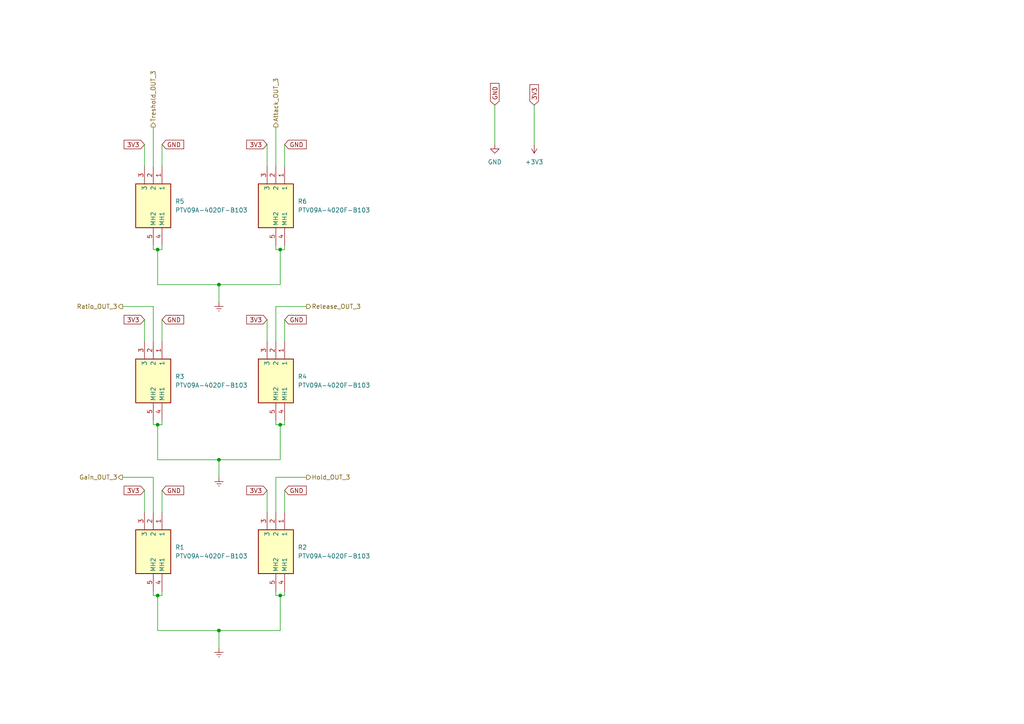
<source format=kicad_sch>
(kicad_sch (version 20230121) (generator eeschema)
  (paper "A4")
  (lib_symbols
    (symbol "PTV09A-4020F-B103:PTV09A-4020F-B103"
      (property "Reference" "R" (at 19.05 7.62 0))
      (property "Value" "PTV09A-4020F-B103" (at 19.05 5.08 0))
      (symbol "PTV09A-4020F-B103_1_1"
        (rectangle (start 5.08 2.54) (end 17.78 -7.62) (stroke (width 0.254)) (fill (type background)))
        (pin passive line (at 0 0 0) (length 5.08) (name "1") (number "1"))
        (pin passive line (at 0 -2.54 0) (length 5.08) (name "2") (number "2"))
        (pin passive line (at 0 -5.08 0) (length 5.08) (name "3") (number "3"))
        (pin passive line (at 22.86 0 180) (length 5.08) (name "MH1") (number "4"))
        (pin passive line (at 22.86 -2.54 180) (length 5.08) (name "MH2") (number "5"))
      )
    )
    (symbol "power:+3V3" (power) (pin_names (offset 0))
      (property "Value" "+3V3" (at 0 3.556 0))
      (symbol "+3V3_0_1"
        (polyline (pts (xy -0.762 1.27) (xy 0 2.54)))
        (polyline (pts (xy 0 0) (xy 0 2.54)))
        (polyline (pts (xy 0 2.54) (xy 0.762 1.27)))
      )
      (symbol "+3V3_1_1"
        (pin power_in line (at 0 0 90) (length 0) hide (name "+3V3") (number "1"))
      )
    )
    (symbol "power:Earth" (power) (pin_names (offset 0))
      (symbol "Earth_0_1"
        (polyline (pts (xy -0.635 -1.905) (xy 0.635 -1.905)))
        (polyline (pts (xy -0.127 -2.54) (xy 0.127 -2.54)))
        (polyline (pts (xy 0 -1.27) (xy 0 0)))
        (polyline (pts (xy 1.27 -1.27) (xy -1.27 -1.27)))
      )
      (symbol "Earth_1_1"
        (pin power_in line (at 0 0 270) (length 0) hide (name "Earth") (number "1"))
      )
    )
    (symbol "power:GND" (power) (pin_names (offset 0))
      (property "Value" "GND" (at 0 -3.81 0))
      (symbol "GND_0_1"
        (polyline (pts (xy 0 0) (xy 0 -1.27) (xy 1.27 -1.27) (xy 0 -2.54) (xy -1.27 -1.27) (xy 0 -1.27)))
      )
      (symbol "GND_1_1"
        (pin power_in line (at 0 0 270) (length 0) hide (name "GND") (number "1"))
      )
    )
  )
  (junction (at 63.5 82.55))
  (junction (at 45.72 123.19))
  (junction (at 81.28 172.72))
  (junction (at 81.28 123.19))
  (junction (at 45.72 172.72))
  (junction (at 45.72 72.39))
  (junction (at 63.5 182.88))
  (junction (at 81.28 72.39))
  (junction (at 63.5 133.35))
  (wire (pts (xy 41.91 142.24) (xy 41.91 148.59)))
  (wire (pts (xy 77.47 41.91) (xy 77.47 48.26)))
  (wire (pts (xy 81.28 172.72) (xy 82.55 172.72)))
  (wire (pts (xy 46.99 41.91) (xy 46.99 48.26)))
  (wire (pts (xy 41.91 92.71) (xy 41.91 99.06)))
  (wire (pts (xy 154.94 30.48) (xy 154.94 41.91)))
  (wire (pts (xy 77.47 142.24) (xy 77.47 148.59)))
  (wire (pts (xy 44.45 36.83) (xy 44.45 48.26)))
  (wire (pts (xy 44.45 138.43) (xy 35.56 138.43)))
  (wire (pts (xy 44.45 148.59) (xy 44.45 138.43)))
  (wire (pts (xy 82.55 92.71) (xy 82.55 99.06)))
  (wire (pts (xy 44.45 172.72) (xy 45.72 172.72)))
  (wire (pts (xy 44.45 171.45) (xy 44.45 172.72)))
  (wire (pts (xy 81.28 172.72) (xy 81.28 182.88)))
  (wire (pts (xy 80.01 71.12) (xy 80.01 72.39)))
  (wire (pts (xy 46.99 172.72) (xy 46.99 171.45)))
  (wire (pts (xy 63.5 133.35) (xy 81.28 133.35)))
  (wire (pts (xy 45.72 72.39) (xy 45.72 82.55)))
  (wire (pts (xy 44.45 121.92) (xy 44.45 123.19)))
  (wire (pts (xy 81.28 72.39) (xy 81.28 82.55)))
  (wire (pts (xy 63.5 82.55) (xy 45.72 82.55)))
  (wire (pts (xy 80.01 171.45) (xy 80.01 172.72)))
  (wire (pts (xy 143.51 30.48) (xy 143.51 41.91)))
  (wire (pts (xy 45.72 172.72) (xy 45.72 182.88)))
  (wire (pts (xy 81.28 72.39) (xy 82.55 72.39)))
  (wire (pts (xy 63.5 82.55) (xy 63.5 87.63)))
  (wire (pts (xy 63.5 182.88) (xy 45.72 182.88)))
  (wire (pts (xy 41.91 41.91) (xy 41.91 48.26)))
  (wire (pts (xy 80.01 72.39) (xy 81.28 72.39)))
  (wire (pts (xy 44.45 88.9) (xy 35.56 88.9)))
  (wire (pts (xy 80.01 121.92) (xy 80.01 123.19)))
  (wire (pts (xy 81.28 123.19) (xy 82.55 123.19)))
  (wire (pts (xy 45.72 123.19) (xy 45.72 133.35)))
  (wire (pts (xy 82.55 41.91) (xy 82.55 48.26)))
  (wire (pts (xy 63.5 182.88) (xy 63.5 187.96)))
  (wire (pts (xy 82.55 71.12) (xy 82.55 72.39)))
  (wire (pts (xy 80.01 172.72) (xy 81.28 172.72)))
  (wire (pts (xy 44.45 123.19) (xy 45.72 123.19)))
  (wire (pts (xy 82.55 171.45) (xy 82.55 172.72)))
  (wire (pts (xy 80.01 148.59) (xy 80.01 138.43)))
  (wire (pts (xy 82.55 121.92) (xy 82.55 123.19)))
  (wire (pts (xy 46.99 92.71) (xy 46.99 99.06)))
  (wire (pts (xy 77.47 92.71) (xy 77.47 99.06)))
  (wire (pts (xy 45.72 123.19) (xy 46.99 123.19)))
  (wire (pts (xy 80.01 138.43) (xy 88.9 138.43)))
  (wire (pts (xy 82.55 142.24) (xy 82.55 148.59)))
  (wire (pts (xy 46.99 123.19) (xy 46.99 121.92)))
  (wire (pts (xy 45.72 72.39) (xy 46.99 72.39)))
  (wire (pts (xy 46.99 142.24) (xy 46.99 148.59)))
  (wire (pts (xy 81.28 123.19) (xy 81.28 133.35)))
  (wire (pts (xy 80.01 99.06) (xy 80.01 88.9)))
  (wire (pts (xy 44.45 71.12) (xy 44.45 72.39)))
  (wire (pts (xy 80.01 123.19) (xy 81.28 123.19)))
  (wire (pts (xy 45.72 172.72) (xy 46.99 172.72)))
  (wire (pts (xy 63.5 133.35) (xy 45.72 133.35)))
  (wire (pts (xy 46.99 72.39) (xy 46.99 71.12)))
  (wire (pts (xy 44.45 72.39) (xy 45.72 72.39)))
  (wire (pts (xy 63.5 182.88) (xy 81.28 182.88)))
  (wire (pts (xy 44.45 99.06) (xy 44.45 88.9)))
  (wire (pts (xy 63.5 133.35) (xy 63.5 138.43)))
  (wire (pts (xy 80.01 88.9) (xy 88.9 88.9)))
  (wire (pts (xy 63.5 82.55) (xy 81.28 82.55)))
  (wire (pts (xy 80.01 36.83) (xy 80.01 48.26)))
  (global_label "GND" (shape input) (at 46.99 92.71 0) (property "Intersheetrefs" "${INTERSHEET_REFS}" (effects hide)))
  (global_label "GND" (shape input) (at 46.99 142.24 0) (property "Intersheetrefs" "${INTERSHEET_REFS}" (effects hide)))
  (global_label "3V3" (shape input) (at 77.47 92.71 180) (property "Intersheetrefs" "${INTERSHEET_REFS}" (effects hide)))
  (global_label "3V3" (shape input) (at 41.91 142.24 180) (property "Intersheetrefs" "${INTERSHEET_REFS}" (effects hide)))
  (global_label "GND" (shape input) (at 143.51 30.48 90) (property "Intersheetrefs" "${INTERSHEET_REFS}" (effects hide)))
  (global_label "3V3" (shape input) (at 77.47 41.91 180) (property "Intersheetrefs" "${INTERSHEET_REFS}" (effects hide)))
  (global_label "GND" (shape input) (at 82.55 41.91 0) (property "Intersheetrefs" "${INTERSHEET_REFS}" (effects hide)))
  (global_label "GND" (shape input) (at 82.55 142.24 0) (property "Intersheetrefs" "${INTERSHEET_REFS}" (effects hide)))
  (global_label "3V3" (shape input) (at 41.91 92.71 180) (property "Intersheetrefs" "${INTERSHEET_REFS}" (effects hide)))
  (global_label "GND" (shape input) (at 46.99 41.91 0) (property "Intersheetrefs" "${INTERSHEET_REFS}" (effects hide)))
  (global_label "GND" (shape input) (at 82.55 92.71 0) (property "Intersheetrefs" "${INTERSHEET_REFS}" (effects hide)))
  (global_label "3V3" (shape input) (at 77.47 142.24 180) (property "Intersheetrefs" "${INTERSHEET_REFS}" (effects hide)))
  (global_label "3V3" (shape input) (at 41.91 41.91 180) (property "Intersheetrefs" "${INTERSHEET_REFS}" (effects hide)))
  (global_label "3V3" (shape input) (at 154.94 30.48 90) (property "Intersheetrefs" "${INTERSHEET_REFS}" (effects hide)))
  (hierarchical_label "Gain_OUT_3" (shape output) (at 35.56 138.43 180))
  (hierarchical_label "Hold_OUT_3" (shape output) (at 88.9 138.43 0))
  (hierarchical_label "Attack_OUT_3" (shape output) (at 80.01 36.83 90))
  (hierarchical_label "Ratio_OUT_3" (shape output) (at 35.56 88.9 180))
  (hierarchical_label "Treshold_OUT_3" (shape output) (at 44.45 36.83 90))
  (hierarchical_label "Release_OUT_3" (shape output) (at 88.9 88.9 0))
  (symbol (lib_id "PTV09A-4020F-B103:PTV09A-4020F-B103") (at 46.99 99.06 270) (unit 1)
    (property "Reference" "R3" (at 50.8 109.22 90) (effects (justify left)))
    (property "Value" "PTV09A-4020F-B103" (at 50.8 111.76 90) (effects (justify left)))
    (property "Footprint" "PTV09A4020FB103" (effects hide))
    (property "Datasheet" "https://www.bourns.com/docs/Product-Datasheets/ptv09.pdf" (effects hide))
    (property "Height" "20" (effects hide))
    (property "Manufacturer_Name" "Bourns" (effects hide))
    (property "Manufacturer_Part_Number" "PTV09A-4020F-B103" (effects hide))
    (instances (project "Compresseur" (path "" (reference "R3") (unit 1)) (path "" (reference "R8") (unit 1)) (path "" (reference "R14") (unit 1))))
  )
  (symbol (lib_id "power:Earth") (at 63.5 187.96 0) (unit 1)
    (property "Reference" "#PWR04" (effects hide))
    (property "Value" "Earth" (effects hide))
    (instances (project "Compresseur" (path "" (reference "#PWR04") (unit 1)) (path "" (reference "#PWR08") (unit 1)) (path "" (reference "#PWR013") (unit 1))))
  )
  (symbol (lib_id "power:Earth") (at 63.5 87.63 0) (unit 1)
    (property "Reference" "#PWR03" (effects hide))
    (property "Value" "Earth" (effects hide))
    (instances (project "Compresseur" (path "" (reference "#PWR03") (unit 1)) (path "" (reference "#PWR06") (unit 1)) (path "" (reference "#PWR011") (unit 1))))
  )
  (symbol (lib_id "PTV09A-4020F-B103:PTV09A-4020F-B103") (at 46.99 48.26 270) (unit 1)
    (property "Reference" "R5" (at 50.8 58.42 90) (effects (justify left)))
    (property "Value" "PTV09A-4020F-B103" (at 50.8 60.96 90) (effects (justify left)))
    (property "Footprint" "PTV09A4020FB103" (effects hide))
    (property "Datasheet" "https://www.bourns.com/docs/Product-Datasheets/ptv09.pdf" (effects hide))
    (property "Height" "20" (effects hide))
    (property "Manufacturer_Name" "Bourns" (effects hide))
    (property "Manufacturer_Part_Number" "PTV09A-4020F-B103" (effects hide))
    (instances (project "Compresseur" (path "" (reference "R5") (unit 1)) (path "" (reference "R7") (unit 1)) (path "" (reference "R13") (unit 1))))
  )
  (symbol (lib_id "PTV09A-4020F-B103:PTV09A-4020F-B103") (at 82.55 48.26 270) (unit 1)
    (property "Reference" "R6" (at 86.36 58.42 90) (effects (justify left)))
    (property "Value" "PTV09A-4020F-B103" (at 86.36 60.96 90) (effects (justify left)))
    (property "Footprint" "PTV09A4020FB103" (effects hide))
    (property "Datasheet" "https://www.bourns.com/docs/Product-Datasheets/ptv09.pdf" (effects hide))
    (property "Height" "20" (effects hide))
    (property "Manufacturer_Name" "Bourns" (effects hide))
    (property "Manufacturer_Part_Number" "PTV09A-4020F-B103" (effects hide))
    (instances (project "Compresseur" (path "" (reference "R6") (unit 1)) (path "" (reference "R10") (unit 1)) (path "" (reference "R16") (unit 1))))
  )
  (symbol (lib_id "PTV09A-4020F-B103:PTV09A-4020F-B103") (at 82.55 148.59 270) (unit 1)
    (property "Reference" "R2" (at 86.36 158.75 90) (effects (justify left)))
    (property "Value" "PTV09A-4020F-B103" (at 86.36 161.29 90) (effects (justify left)))
    (property "Footprint" "PTV09A4020FB103" (effects hide))
    (property "Datasheet" "https://www.bourns.com/docs/Product-Datasheets/ptv09.pdf" (effects hide))
    (property "Height" "20" (effects hide))
    (property "Manufacturer_Name" "Bourns" (effects hide))
    (property "Manufacturer_Part_Number" "PTV09A-4020F-B103" (effects hide))
    (instances (project "Compresseur" (path "" (reference "R2") (unit 1)) (path "" (reference "R12") (unit 1)) (path "" (reference "R18") (unit 1))))
  )
  (symbol (lib_id "power:Earth") (at 63.5 138.43 0) (unit 1)
    (property "Reference" "#PWR02" (effects hide))
    (property "Value" "Earth" (effects hide))
    (instances (project "Compresseur" (path "" (reference "#PWR02") (unit 1)) (path "" (reference "#PWR07") (unit 1)) (path "" (reference "#PWR012") (unit 1))))
  )
  (symbol (lib_id "PTV09A-4020F-B103:PTV09A-4020F-B103") (at 46.99 148.59 270) (unit 1)
    (property "Reference" "R1" (at 50.8 158.75 90) (effects (justify left)))
    (property "Value" "PTV09A-4020F-B103" (at 50.8 161.29 90) (effects (justify left)))
    (property "Footprint" "PTV09A4020FB103" (effects hide))
    (property "Datasheet" "https://www.bourns.com/docs/Product-Datasheets/ptv09.pdf" (effects hide))
    (property "Height" "20" (effects hide))
    (property "Manufacturer_Name" "Bourns" (effects hide))
    (property "Manufacturer_Part_Number" "PTV09A-4020F-B103" (effects hide))
    (instances (project "Compresseur" (path "" (reference "R1") (unit 1)) (path "" (reference "R9") (unit 1)) (path "" (reference "R15") (unit 1))))
  )
  (symbol (lib_id "power:+3V3") (at 154.94 41.91 180) (unit 1)
    (property "Reference" "#PWR05" (effects hide))
    (property "Value" "+3V3" (at 154.94 46.99 0))
    (instances (project "Compresseur" (path "" (reference "#PWR05") (unit 1)) (path "" (reference "#PWR010") (unit 1)) (path "" (reference "#PWR015") (unit 1))))
  )
  (symbol (lib_id "PTV09A-4020F-B103:PTV09A-4020F-B103") (at 82.55 99.06 270) (unit 1)
    (property "Reference" "R4" (at 86.36 109.22 90) (effects (justify left)))
    (property "Value" "PTV09A-4020F-B103" (at 86.36 111.76 90) (effects (justify left)))
    (property "Footprint" "PTV09A4020FB103" (effects hide))
    (property "Datasheet" "https://www.bourns.com/docs/Product-Datasheets/ptv09.pdf" (effects hide))
    (property "Height" "20" (effects hide))
    (property "Manufacturer_Name" "Bourns" (effects hide))
    (property "Manufacturer_Part_Number" "PTV09A-4020F-B103" (effects hide))
    (instances (project "Compresseur" (path "" (reference "R4") (unit 1)) (path "" (reference "R11") (unit 1)) (path "" (reference "R17") (unit 1))))
  )
  (symbol (lib_id "power:GND") (at 143.51 41.91 0) (unit 1)
    (property "Reference" "#PWR01" (effects hide))
    (property "Value" "GND" (at 143.51 46.99 0))
    (instances (project "Compresseur" (path "" (reference "#PWR01") (unit 1)) (path "" (reference "#PWR09") (unit 1)) (path "" (reference "#PWR014") (unit 1))))
  )
)
</source>
